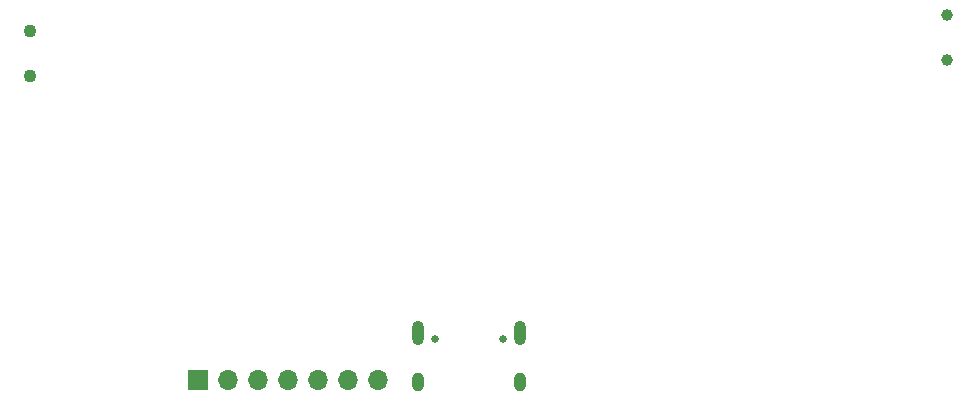
<source format=gbr>
%TF.GenerationSoftware,KiCad,Pcbnew,8.0.9-8.0.9-0~ubuntu22.04.1*%
%TF.CreationDate,2025-08-10T04:03:49+02:00*%
%TF.ProjectId,H-C3-ulp29,482d4333-2d75-46c7-9032-392e6b696361,rev?*%
%TF.SameCoordinates,Original*%
%TF.FileFunction,Soldermask,Bot*%
%TF.FilePolarity,Negative*%
%FSLAX46Y46*%
G04 Gerber Fmt 4.6, Leading zero omitted, Abs format (unit mm)*
G04 Created by KiCad (PCBNEW 8.0.9-8.0.9-0~ubuntu22.04.1) date 2025-08-10 04:03:49*
%MOMM*%
%LPD*%
G01*
G04 APERTURE LIST*
%ADD10R,1.700000X1.700000*%
%ADD11O,1.700000X1.700000*%
%ADD12C,1.100000*%
%ADD13C,1.000000*%
%ADD14C,0.650000*%
%ADD15O,1.000000X2.100000*%
%ADD16O,1.000000X1.600000*%
G04 APERTURE END LIST*
D10*
%TO.C,J3*%
X104750000Y-78300000D03*
D11*
X107290000Y-78300000D03*
X109830000Y-78300000D03*
X112370000Y-78300000D03*
X114910000Y-78300000D03*
X117450000Y-78300000D03*
X119990000Y-78300000D03*
%TD*%
D12*
%TO.C,SW1*%
X90478000Y-52515000D03*
X90478000Y-48715000D03*
%TD*%
D13*
%TO.C,SW3*%
X168115000Y-47397000D03*
X168115000Y-51197000D03*
%TD*%
D14*
%TO.C,J1*%
X124795000Y-74794000D03*
X130575000Y-74794000D03*
D15*
X123365000Y-74264000D03*
D16*
X123365000Y-78444000D03*
D15*
X132005000Y-74264000D03*
D16*
X132005000Y-78444000D03*
%TD*%
M02*

</source>
